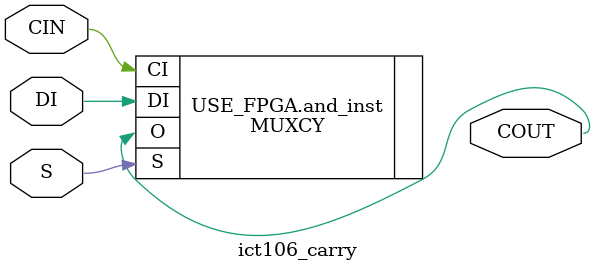
<source format=v>
`timescale 1ps/1ps


module ict106_carry #
  (
   parameter         C_FAMILY                         = "virtex6"
                       // FPGA Family. Current version: virtex6 or spartan6.
   )
  (
   input  wire        CIN,
   input  wire        S,
   input  wire        DI,
   output wire        COUT
   );
  
  
  /////////////////////////////////////////////////////////////////////////////
  // Variables for generating parameter controlled instances.
  /////////////////////////////////////////////////////////////////////////////
  
  
  /////////////////////////////////////////////////////////////////////////////
  // Local params
  /////////////////////////////////////////////////////////////////////////////
  
  
  /////////////////////////////////////////////////////////////////////////////
  // Functions
  /////////////////////////////////////////////////////////////////////////////
  
  
  /////////////////////////////////////////////////////////////////////////////
  // Internal signals
  /////////////////////////////////////////////////////////////////////////////
  
  
  /////////////////////////////////////////////////////////////////////////////
  // Instantiate or use RTL code
  /////////////////////////////////////////////////////////////////////////////
  
  generate
    if ( C_FAMILY == "rtl" ) begin : USE_RTL
      assign COUT = (CIN & S) | (DI & ~S);
      
    end else begin : USE_FPGA
    
      MUXCY and_inst 
      (
       .O (COUT), 
       .CI (CIN), 
       .DI (DI), 
       .S (S)
      ); 
      
    end
  endgenerate
  
  
endmodule


</source>
